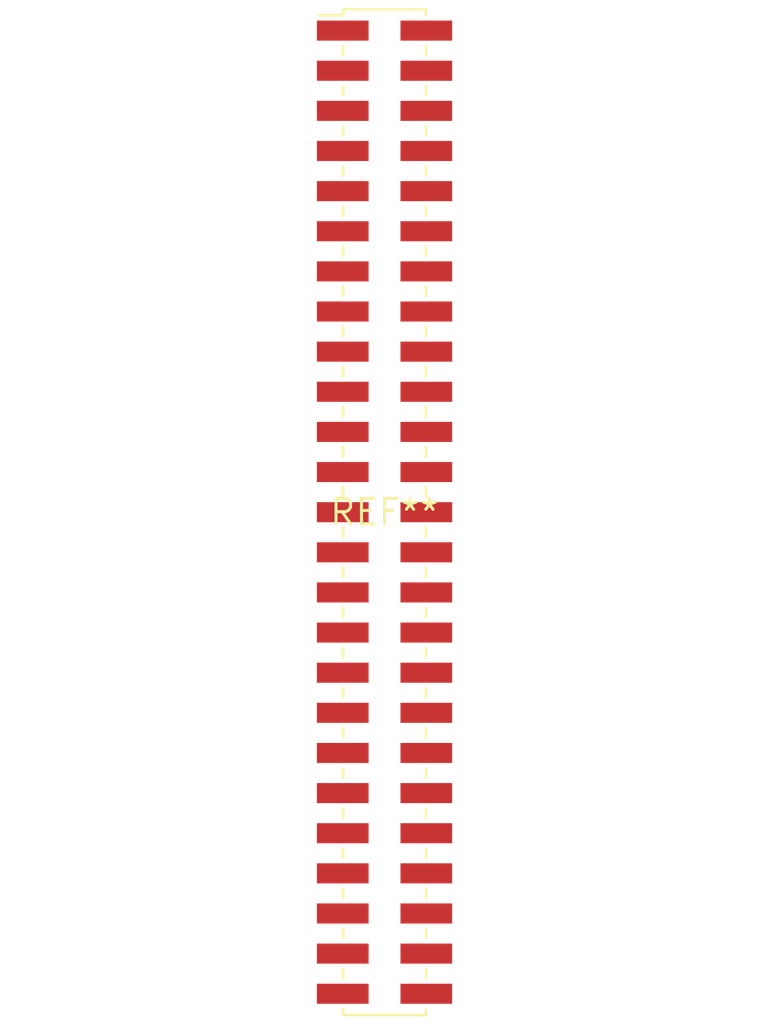
<source format=kicad_pcb>
(kicad_pcb (version 20240108) (generator pcbnew)
  (layers (0 "F.Cu" signal) (31 "B.Cu" signal) (34 "B.Paste" user) (35 "F.Paste" user) (36 "B.SilkS" user "B.Silkscreen") (37 "F.SilkS" user "F.Silkscreen") (38 "B.Mask" user) (39 "F.Mask" user) (44 "Edge.Cuts" user))
  (net 0 "")
  (footprint "PinHeader_2x25_P2.00mm_Vertical_SMD" (layer "F.Cu") (at 0 0)
    (property "Reference" "REF**")
    (property "Value" "PinHeader_2x25_P2.00mm_Vertical_SMD")
    (fp_line (start -3.315 -24.76) (end -2.06 -24.76) (layer "F.SilkS") (stroke (width 0.12)))
    (fp_line (start -2.06 -25.06) (end -2.06 -24.76) (layer "F.SilkS") (stroke (width 0.12)))
    (fp_line (start -2.06 -25.06) (end 2.06 -25.06) (layer "F.SilkS") (stroke (width 0.12)))
    (fp_line (start -2.06 -23.24) (end -2.06 -22.76) (layer "F.SilkS") (stroke (width 0.12)))
    (fp_line (start -2.06 -21.24) (end -2.06 -20.76) (layer "F.SilkS") (stroke (width 0.12)))
    (fp_line (start -2.06 -19.24) (end -2.06 -18.76) (layer "F.SilkS") (stroke (width 0.12)))
    (fp_line (start -2.06 -17.24) (end -2.06 -16.76) (layer "F.SilkS") (stroke (width 0.12)))
    (fp_line (start -2.06 -15.24) (end -2.06 -14.76) (layer "F.SilkS") (stroke (width 0.12)))
    (fp_line (start -2.06 -13.24) (end -2.06 -12.76) (layer "F.SilkS") (stroke (width 0.12)))
    (fp_line (start -2.06 -11.24) (end -2.06 -10.76) (layer "F.SilkS") (stroke (width 0.12)))
    (fp_line (start -2.06 -9.24) (end -2.06 -8.76) (layer "F.SilkS") (stroke (width 0.12)))
    (fp_line (start -2.06 -7.24) (end -2.06 -6.76) (layer "F.SilkS") (stroke (width 0.12)))
    (fp_line (start -2.06 -5.24) (end -2.06 -4.76) (layer "F.SilkS") (stroke (width 0.12)))
    (fp_line (start -2.06 -3.24) (end -2.06 -2.76) (layer "F.SilkS") (stroke (width 0.12)))
    (fp_line (start -2.06 -1.24) (end -2.06 -0.76) (layer "F.SilkS") (stroke (width 0.12)))
    (fp_line (start -2.06 0.76) (end -2.06 1.24) (layer "F.SilkS") (stroke (width 0.12)))
    (fp_line (start -2.06 2.76) (end -2.06 3.24) (layer "F.SilkS") (stroke (width 0.12)))
    (fp_line (start -2.06 4.76) (end -2.06 5.24) (layer "F.SilkS") (stroke (width 0.12)))
    (fp_line (start -2.06 6.76) (end -2.06 7.24) (layer "F.SilkS") (stroke (width 0.12)))
    (fp_line (start -2.06 8.76) (end -2.06 9.24) (layer "F.SilkS") (stroke (width 0.12)))
    (fp_line (start -2.06 10.76) (end -2.06 11.24) (layer "F.SilkS") (stroke (width 0.12)))
    (fp_line (start -2.06 12.76) (end -2.06 13.24) (layer "F.SilkS") (stroke (width 0.12)))
    (fp_line (start -2.06 14.76) (end -2.06 15.24) (layer "F.SilkS") (stroke (width 0.12)))
    (fp_line (start -2.06 16.76) (end -2.06 17.24) (layer "F.SilkS") (stroke (width 0.12)))
    (fp_line (start -2.06 18.76) (end -2.06 19.24) (layer "F.SilkS") (stroke (width 0.12)))
    (fp_line (start -2.06 20.76) (end -2.06 21.24) (layer "F.SilkS") (stroke (width 0.12)))
    (fp_line (start -2.06 22.76) (end -2.06 23.24) (layer "F.SilkS") (stroke (width 0.12)))
    (fp_line (start -2.06 24.76) (end -2.06 25.06) (layer "F.SilkS") (stroke (width 0.12)))
    (fp_line (start -2.06 25.06) (end 2.06 25.06) (layer "F.SilkS") (stroke (width 0.12)))
    (fp_line (start 2.06 -25.06) (end 2.06 -24.76) (layer "F.SilkS") (stroke (width 0.12)))
    (fp_line (start 2.06 -23.24) (end 2.06 -22.76) (layer "F.SilkS") (stroke (width 0.12)))
    (fp_line (start 2.06 -21.24) (end 2.06 -20.76) (layer "F.SilkS") (stroke (width 0.12)))
    (fp_line (start 2.06 -19.24) (end 2.06 -18.76) (layer "F.SilkS") (stroke (width 0.12)))
    (fp_line (start 2.06 -17.24) (end 2.06 -16.76) (layer "F.SilkS") (stroke (width 0.12)))
    (fp_line (start 2.06 -15.24) (end 2.06 -14.76) (layer "F.SilkS") (stroke (width 0.12)))
    (fp_line (start 2.06 -13.24) (end 2.06 -12.76) (layer "F.SilkS") (stroke (width 0.12)))
    (fp_line (start 2.06 -11.24) (end 2.06 -10.76) (layer "F.SilkS") (stroke (width 0.12)))
    (fp_line (start 2.06 -9.24) (end 2.06 -8.76) (layer "F.SilkS") (stroke (width 0.12)))
    (fp_line (start 2.06 -7.24) (end 2.06 -6.76) (layer "F.SilkS") (stroke (width 0.12)))
    (fp_line (start 2.06 -5.24) (end 2.06 -4.76) (layer "F.SilkS") (stroke (width 0.12)))
    (fp_line (start 2.06 -3.24) (end 2.06 -2.76) (layer "F.SilkS") (stroke (width 0.12)))
    (fp_line (start 2.06 -1.24) (end 2.06 -0.76) (layer "F.SilkS") (stroke (width 0.12)))
    (fp_line (start 2.06 0.76) (end 2.06 1.24) (layer "F.SilkS") (stroke (width 0.12)))
    (fp_line (start 2.06 2.76) (end 2.06 3.24) (layer "F.SilkS") (stroke (width 0.12)))
    (fp_line (start 2.06 4.76) (end 2.06 5.24) (layer "F.SilkS") (stroke (width 0.12)))
    (fp_line (start 2.06 6.76) (end 2.06 7.24) (layer "F.SilkS") (stroke (width 0.12)))
    (fp_line (start 2.06 8.76) (end 2.06 9.24) (layer "F.SilkS") (stroke (width 0.12)))
    (fp_line (start 2.06 10.76) (end 2.06 11.24) (layer "F.SilkS") (stroke (width 0.12)))
    (fp_line (start 2.06 12.76) (end 2.06 13.24) (layer "F.SilkS") (stroke (width 0.12)))
    (fp_line (start 2.06 14.76) (end 2.06 15.24) (layer "F.SilkS") (stroke (width 0.12)))
    (fp_line (start 2.06 16.76) (end 2.06 17.24) (layer "F.SilkS") (stroke (width 0.12)))
    (fp_line (start 2.06 18.76) (end 2.06 19.24) (layer "F.SilkS") (stroke (width 0.12)))
    (fp_line (start 2.06 20.76) (end 2.06 21.24) (layer "F.SilkS") (stroke (width 0.12)))
    (fp_line (start 2.06 22.76) (end 2.06 23.24) (layer "F.SilkS") (stroke (width 0.12)))
    (fp_line (start 2.06 24.76) (end 2.06 25.06) (layer "F.SilkS") (stroke (width 0.12)))
    (pad "1" smd rect (at -2.085 -24) (size 2.58 1) (layers "F.Cu" "F.Paste" "F.Mask"))
    (pad "2" smd rect (at 2.085 -24) (size 2.58 1) (layers "F.Cu" "F.Paste" "F.Mask"))
    (pad "3" smd rect (at -2.085 -22) (size 2.58 1) (layers "F.Cu" "F.Paste" "F.Mask"))
    (pad "4" smd rect (at 2.085 -22) (size 2.58 1) (layers "F.Cu" "F.Paste" "F.Mask"))
    (pad "5" smd rect (at -2.085 -20) (size 2.58 1) (layers "F.Cu" "F.Paste" "F.Mask"))
    (pad "6" smd rect (at 2.085 -20) (size 2.58 1) (layers "F.Cu" "F.Paste" "F.Mask"))
    (pad "7" smd rect (at -2.085 -18) (size 2.58 1) (layers "F.Cu" "F.Paste" "F.Mask"))
    (pad "8" smd rect (at 2.085 -18) (size 2.58 1) (layers "F.Cu" "F.Paste" "F.Mask"))
    (pad "9" smd rect (at -2.085 -16) (size 2.58 1) (layers "F.Cu" "F.Paste" "F.Mask"))
    (pad "10" smd rect (at 2.085 -16) (size 2.58 1) (layers "F.Cu" "F.Paste" "F.Mask"))
    (pad "11" smd rect (at -2.085 -14) (size 2.58 1) (layers "F.Cu" "F.Paste" "F.Mask"))
    (pad "12" smd rect (at 2.085 -14) (size 2.58 1) (layers "F.Cu" "F.Paste" "F.Mask"))
    (pad "13" smd rect (at -2.085 -12) (size 2.58 1) (layers "F.Cu" "F.Paste" "F.Mask"))
    (pad "14" smd rect (at 2.085 -12) (size 2.58 1) (layers "F.Cu" "F.Paste" "F.Mask"))
    (pad "15" smd rect (at -2.085 -10) (size 2.58 1) (layers "F.Cu" "F.Paste" "F.Mask"))
    (pad "16" smd rect (at 2.085 -10) (size 2.58 1) (layers "F.Cu" "F.Paste" "F.Mask"))
    (pad "17" smd rect (at -2.085 -8) (size 2.58 1) (layers "F.Cu" "F.Paste" "F.Mask"))
    (pad "18" smd rect (at 2.085 -8) (size 2.58 1) (layers "F.Cu" "F.Paste" "F.Mask"))
    (pad "19" smd rect (at -2.085 -6) (size 2.58 1) (layers "F.Cu" "F.Paste" "F.Mask"))
    (pad "20" smd rect (at 2.085 -6) (size 2.58 1) (layers "F.Cu" "F.Paste" "F.Mask"))
    (pad "21" smd rect (at -2.085 -4) (size 2.58 1) (layers "F.Cu" "F.Paste" "F.Mask"))
    (pad "22" smd rect (at 2.085 -4) (size 2.58 1) (layers "F.Cu" "F.Paste" "F.Mask"))
    (pad "23" smd rect (at -2.085 -2) (size 2.58 1) (layers "F.Cu" "F.Paste" "F.Mask"))
    (pad "24" smd rect (at 2.085 -2) (size 2.58 1) (layers "F.Cu" "F.Paste" "F.Mask"))
    (pad "25" smd rect (at -2.085 0) (size 2.58 1) (layers "F.Cu" "F.Paste" "F.Mask"))
    (pad "26" smd rect (at 2.085 0) (size 2.58 1) (layers "F.Cu" "F.Paste" "F.Mask"))
    (pad "27" smd rect (at -2.085 2) (size 2.58 1) (layers "F.Cu" "F.Paste" "F.Mask"))
    (pad "28" smd rect (at 2.085 2) (size 2.58 1) (layers "F.Cu" "F.Paste" "F.Mask"))
    (pad "29" smd rect (at -2.085 4) (size 2.58 1) (layers "F.Cu" "F.Paste" "F.Mask"))
    (pad "30" smd rect (at 2.085 4) (size 2.58 1) (layers "F.Cu" "F.Paste" "F.Mask"))
    (pad "31" smd rect (at -2.085 6) (size 2.58 1) (layers "F.Cu" "F.Paste" "F.Mask"))
    (pad "32" smd rect (at 2.085 6) (size 2.58 1) (layers "F.Cu" "F.Paste" "F.Mask"))
    (pad "33" smd rect (at -2.085 8) (size 2.58 1) (layers "F.Cu" "F.Paste" "F.Mask"))
    (pad "34" smd rect (at 2.085 8) (size 2.58 1) (layers "F.Cu" "F.Paste" "F.Mask"))
    (pad "35" smd rect (at -2.085 10) (size 2.58 1) (layers "F.Cu" "F.Paste" "F.Mask"))
    (pad "36" smd rect (at 2.085 10) (size 2.58 1) (layers "F.Cu" "F.Paste" "F.Mask"))
    (pad "37" smd rect (at -2.085 12) (size 2.58 1) (layers "F.Cu" "F.Paste" "F.Mask"))
    (pad "38" smd rect (at 2.085 12) (size 2.58 1) (layers "F.Cu" "F.Paste" "F.Mask"))
    (pad "39" smd rect (at -2.085 14) (size 2.58 1) (layers "F.Cu" "F.Paste" "F.Mask"))
    (pad "40" smd rect (at 2.085 14) (size 2.58 1) (layers "F.Cu" "F.Paste" "F.Mask"))
    (pad "41" smd rect (at -2.085 16) (size 2.58 1) (layers "F.Cu" "F.Paste" "F.Mask"))
    (pad "42" smd rect (at 2.085 16) (size 2.58 1) (layers "F.Cu" "F.Paste" "F.Mask"))
    (pad "43" smd rect (at -2.085 18) (size 2.58 1) (layers "F.Cu" "F.Paste" "F.Mask"))
    (pad "44" smd rect (at 2.085 18) (size 2.58 1) (layers "F.Cu" "F.Paste" "F.Mask"))
    (pad "45" smd rect (at -2.085 20) (size 2.58 1) (layers "F.Cu" "F.Paste" "F.Mask"))
    (pad "46" smd rect (at 2.085 20) (size 2.58 1) (layers "F.Cu" "F.Paste" "F.Mask"))
    (pad "47" smd rect (at -2.085 22) (size 2.58 1) (layers "F.Cu" "F.Paste" "F.Mask"))
    (pad "48" smd rect (at 2.085 22) (size 2.58 1) (layers "F.Cu" "F.Paste" "F.Mask"))
    (pad "49" smd rect (at -2.085 24) (size 2.58 1) (layers "F.Cu" "F.Paste" "F.Mask"))
    (pad "50" smd rect (at 2.085 24) (size 2.58 1) (layers "F.Cu" "F.Paste" "F.Mask"))
  )
)
</source>
